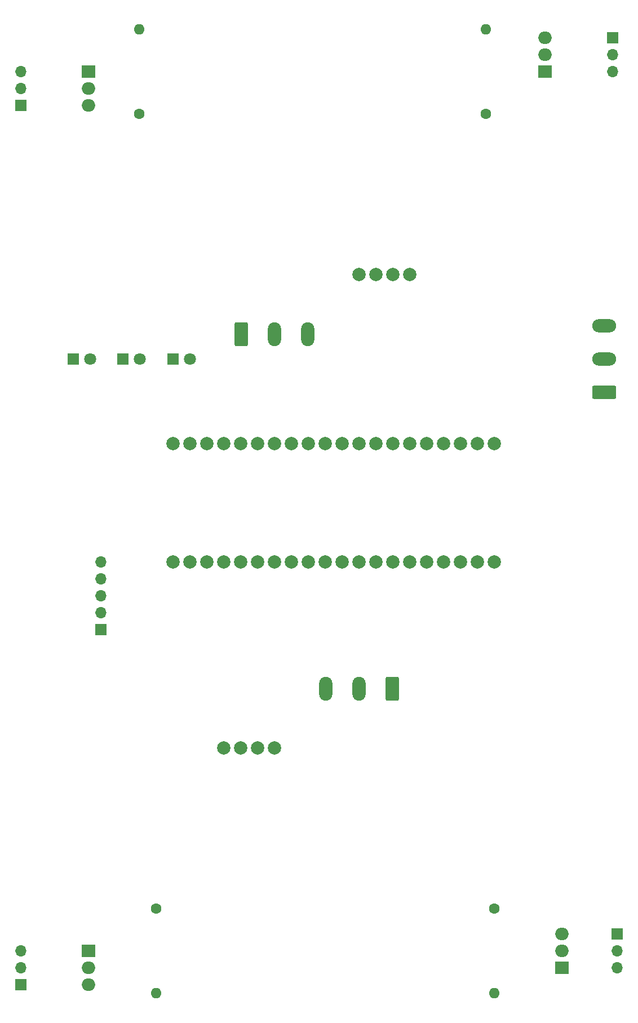
<source format=gbr>
%TF.GenerationSoftware,KiCad,Pcbnew,7.0.7*%
%TF.CreationDate,2024-10-12T22:05:23+05:30*%
%TF.ProjectId,MARS,4d415253-2e6b-4696-9361-645f70636258,rev?*%
%TF.SameCoordinates,Original*%
%TF.FileFunction,Soldermask,Bot*%
%TF.FilePolarity,Negative*%
%FSLAX46Y46*%
G04 Gerber Fmt 4.6, Leading zero omitted, Abs format (unit mm)*
G04 Created by KiCad (PCBNEW 7.0.7) date 2024-10-12 22:05:23*
%MOMM*%
%LPD*%
G01*
G04 APERTURE LIST*
G04 Aperture macros list*
%AMRoundRect*
0 Rectangle with rounded corners*
0 $1 Rounding radius*
0 $2 $3 $4 $5 $6 $7 $8 $9 X,Y pos of 4 corners*
0 Add a 4 corners polygon primitive as box body*
4,1,4,$2,$3,$4,$5,$6,$7,$8,$9,$2,$3,0*
0 Add four circle primitives for the rounded corners*
1,1,$1+$1,$2,$3*
1,1,$1+$1,$4,$5*
1,1,$1+$1,$6,$7*
1,1,$1+$1,$8,$9*
0 Add four rect primitives between the rounded corners*
20,1,$1+$1,$2,$3,$4,$5,0*
20,1,$1+$1,$4,$5,$6,$7,0*
20,1,$1+$1,$6,$7,$8,$9,0*
20,1,$1+$1,$8,$9,$2,$3,0*%
G04 Aperture macros list end*
%ADD10C,1.800000*%
%ADD11R,1.800000X1.800000*%
%ADD12C,1.600000*%
%ADD13O,1.600000X1.600000*%
%ADD14RoundRect,0.250000X0.750000X1.550000X-0.750000X1.550000X-0.750000X-1.550000X0.750000X-1.550000X0*%
%ADD15O,2.000000X3.600000*%
%ADD16R,1.700000X1.700000*%
%ADD17O,1.700000X1.700000*%
%ADD18RoundRect,0.250000X1.550000X-0.750000X1.550000X0.750000X-1.550000X0.750000X-1.550000X-0.750000X0*%
%ADD19O,3.600000X2.000000*%
%ADD20RoundRect,0.250000X-0.750000X-1.550000X0.750000X-1.550000X0.750000X1.550000X-0.750000X1.550000X0*%
%ADD21R,2.000000X1.905000*%
%ADD22O,2.000000X1.905000*%
%ADD23C,2.000000*%
G04 APERTURE END LIST*
D10*
%TO.C,D3*%
X88900000Y-76200000D03*
D11*
X86360000Y-76200000D03*
%TD*%
D10*
%TO.C,D2*%
X81400000Y-76200000D03*
D11*
X78860000Y-76200000D03*
%TD*%
D10*
%TO.C,D1*%
X73900000Y-76200000D03*
D11*
X71360000Y-76200000D03*
%TD*%
D12*
%TO.C,R6*%
X134620000Y-158750000D03*
D13*
X134620000Y-171450000D03*
%TD*%
D14*
%TO.C,J3*%
X119300000Y-125697500D03*
D15*
X114300000Y-125697500D03*
X109300000Y-125697500D03*
%TD*%
D16*
%TO.C,R8*%
X153105000Y-162575000D03*
D17*
X153105000Y-165115000D03*
X153105000Y-167655000D03*
%TD*%
D12*
%TO.C,R1*%
X81280000Y-39370000D03*
D13*
X81280000Y-26670000D03*
%TD*%
D16*
%TO.C,L1*%
X63500000Y-170180000D03*
D17*
X63500000Y-167640000D03*
X63500000Y-165100000D03*
%TD*%
D12*
%TO.C,R5*%
X133350000Y-39370000D03*
D13*
X133350000Y-26670000D03*
%TD*%
D12*
%TO.C,R2*%
X83820000Y-158750000D03*
D13*
X83820000Y-171450000D03*
%TD*%
D18*
%TO.C,J4*%
X151162500Y-81200000D03*
D19*
X151162500Y-76200000D03*
X151162500Y-71200000D03*
%TD*%
D20*
%TO.C,J2*%
X96600000Y-72422500D03*
D15*
X101600000Y-72422500D03*
X106600000Y-72422500D03*
%TD*%
D21*
%TO.C,R3*%
X142240000Y-33020000D03*
D22*
X142240000Y-30480000D03*
X142240000Y-27940000D03*
%TD*%
D16*
%TO.C,R7*%
X152400000Y-27955000D03*
D17*
X152400000Y-30495000D03*
X152400000Y-33035000D03*
%TD*%
D16*
%TO.C,L2*%
X63500000Y-38100000D03*
D17*
X63500000Y-35560000D03*
X63500000Y-33020000D03*
%TD*%
D23*
%TO.C,U2*%
X114300000Y-63500000D03*
X116840000Y-63500000D03*
X119380000Y-63500000D03*
X121920000Y-63500000D03*
%TD*%
%TO.C,RP1*%
X86360000Y-106680000D03*
X88900000Y-106680000D03*
X91440000Y-106680000D03*
X93980000Y-106680000D03*
X96520000Y-106680000D03*
X99060000Y-106680000D03*
X101600000Y-106680000D03*
X104140000Y-106680000D03*
X106680000Y-106680000D03*
X109220000Y-106680000D03*
X111760000Y-106680000D03*
X114300000Y-106680000D03*
X116840000Y-106680000D03*
X119380000Y-106680000D03*
X121920000Y-106680000D03*
X124460000Y-106680000D03*
X127000000Y-106680000D03*
X129540000Y-106680000D03*
X132080000Y-106680000D03*
X134620000Y-106680000D03*
X134620000Y-88900000D03*
X132080000Y-88900000D03*
X129540000Y-88900000D03*
X127000000Y-88900000D03*
X124460000Y-88900000D03*
X121920000Y-88900000D03*
X119380000Y-88900000D03*
X116840000Y-88900000D03*
X114300000Y-88900000D03*
X111760000Y-88900000D03*
X109220000Y-88900000D03*
X106680000Y-88900000D03*
X104140000Y-88900000D03*
X101600000Y-88900000D03*
X99060000Y-88900000D03*
X96520000Y-88900000D03*
X93980000Y-88900000D03*
X91440000Y-88900000D03*
X88900000Y-88900000D03*
X86360000Y-88900000D03*
%TD*%
D21*
%TO.C,R4*%
X144780000Y-167640000D03*
D22*
X144780000Y-165100000D03*
X144780000Y-162560000D03*
%TD*%
D21*
%TO.C,L3*%
X73660000Y-33020000D03*
D22*
X73660000Y-35560000D03*
X73660000Y-38100000D03*
%TD*%
D21*
%TO.C,L4*%
X73660000Y-165100000D03*
D22*
X73660000Y-167640000D03*
X73660000Y-170180000D03*
%TD*%
D16*
%TO.C,J1*%
X75495000Y-116835000D03*
D17*
X75495000Y-114295000D03*
X75495000Y-111755000D03*
X75495000Y-109215000D03*
X75495000Y-106675000D03*
%TD*%
D23*
%TO.C,U1*%
X101600000Y-134620000D03*
X99060000Y-134620000D03*
X96520000Y-134620000D03*
X93980000Y-134620000D03*
%TD*%
M02*

</source>
